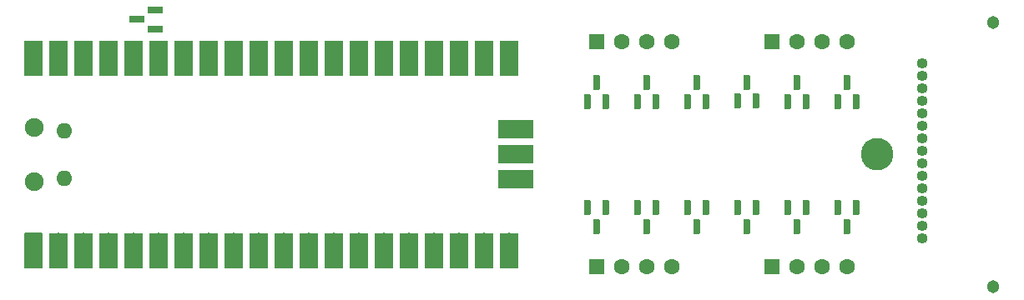
<source format=gbr>
%TF.GenerationSoftware,KiCad,Pcbnew,(7.0.0)*%
%TF.CreationDate,2023-03-11T15:12:13-08:00*%
%TF.ProjectId,pico_12vrgb_controller,7069636f-5f31-4327-9672-67625f636f6e,v1*%
%TF.SameCoordinates,Original*%
%TF.FileFunction,Soldermask,Top*%
%TF.FilePolarity,Negative*%
%FSLAX46Y46*%
G04 Gerber Fmt 4.6, Leading zero omitted, Abs format (unit mm)*
G04 Created by KiCad (PCBNEW (7.0.0)) date 2023-03-11 15:12:13*
%MOMM*%
%LPD*%
G01*
G04 APERTURE LIST*
G04 Aperture macros list*
%AMRoundRect*
0 Rectangle with rounded corners*
0 $1 Rounding radius*
0 $2 $3 $4 $5 $6 $7 $8 $9 X,Y pos of 4 corners*
0 Add a 4 corners polygon primitive as box body*
4,1,4,$2,$3,$4,$5,$6,$7,$8,$9,$2,$3,0*
0 Add four circle primitives for the rounded corners*
1,1,$1+$1,$2,$3*
1,1,$1+$1,$4,$5*
1,1,$1+$1,$6,$7*
1,1,$1+$1,$8,$9*
0 Add four rect primitives between the rounded corners*
20,1,$1+$1,$2,$3,$4,$5,0*
20,1,$1+$1,$4,$5,$6,$7,0*
20,1,$1+$1,$6,$7,$8,$9,0*
20,1,$1+$1,$8,$9,$2,$3,0*%
G04 Aperture macros list end*
%ADD10RoundRect,0.200800X0.587500X0.150000X-0.587500X0.150000X-0.587500X-0.150000X0.587500X-0.150000X0*%
%ADD11RoundRect,0.200800X0.150000X-0.587500X0.150000X0.587500X-0.150000X0.587500X-0.150000X-0.587500X0*%
%ADD12RoundRect,0.200800X-0.150000X0.587500X-0.150000X-0.587500X0.150000X-0.587500X0.150000X0.587500X0*%
%ADD13RoundRect,0.050800X0.750000X-0.750000X0.750000X0.750000X-0.750000X0.750000X-0.750000X-0.750000X0*%
%ADD14C,1.601600*%
%ADD15C,3.301600*%
%ADD16C,1.301600*%
%ADD17O,1.101600X1.101600*%
%ADD18O,1.901600X1.901600*%
%ADD19O,1.601600X1.601600*%
%ADD20RoundRect,0.050800X0.850000X-0.850000X0.850000X0.850000X-0.850000X0.850000X-0.850000X-0.850000X0*%
%ADD21RoundRect,0.050800X0.850000X-1.750000X0.850000X1.750000X-0.850000X1.750000X-0.850000X-1.750000X0*%
%ADD22O,1.801600X1.801600*%
%ADD23RoundRect,0.050800X1.750000X0.850000X-1.750000X0.850000X-1.750000X-0.850000X1.750000X-0.850000X0*%
G04 APERTURE END LIST*
D10*
%TO.C,U2*%
X84757500Y-63434000D03*
X84757500Y-61534000D03*
X82882500Y-62484000D03*
%TD*%
D11*
%TO.C,Q9*%
X138750000Y-70787500D03*
X140650000Y-70787500D03*
X139700000Y-68912500D03*
%TD*%
D12*
%TO.C,Q6*%
X155890000Y-81612500D03*
X153990000Y-81612500D03*
X154940000Y-83487500D03*
%TD*%
D13*
%TO.C,J4*%
X147320000Y-64770000D03*
D14*
X149860000Y-64770000D03*
X152400000Y-64770000D03*
X154940000Y-64770000D03*
%TD*%
D13*
%TO.C,J3*%
X129540000Y-64770000D03*
D14*
X132080000Y-64770000D03*
X134620000Y-64770000D03*
X137160000Y-64770000D03*
%TD*%
D12*
%TO.C,Q4*%
X145730000Y-81612500D03*
X143830000Y-81612500D03*
X144780000Y-83487500D03*
%TD*%
D13*
%TO.C,J2*%
X147320000Y-87630000D03*
D14*
X149860000Y-87630000D03*
X152400000Y-87630000D03*
X154940000Y-87630000D03*
%TD*%
D12*
%TO.C,Q5*%
X150810000Y-81612500D03*
X148910000Y-81612500D03*
X149860000Y-83487500D03*
%TD*%
%TO.C,Q3*%
X140650000Y-81612500D03*
X138750000Y-81612500D03*
X139700000Y-83487500D03*
%TD*%
D11*
%TO.C,Q8*%
X133670000Y-70787500D03*
X135570000Y-70787500D03*
X134620000Y-68912500D03*
%TD*%
D12*
%TO.C,Q1*%
X130490000Y-81612500D03*
X128590000Y-81612500D03*
X129540000Y-83487500D03*
%TD*%
D13*
%TO.C,J1*%
X129540000Y-87630000D03*
D14*
X132080000Y-87630000D03*
X134620000Y-87630000D03*
X137160000Y-87630000D03*
%TD*%
D15*
%TO.C,REF\u002A\u002A*%
X157988000Y-76200000D03*
%TD*%
D11*
%TO.C,Q11*%
X148910000Y-70787500D03*
X150810000Y-70787500D03*
X149860000Y-68912500D03*
%TD*%
%TO.C,Q12*%
X153990000Y-70787500D03*
X155890000Y-70787500D03*
X154940000Y-68912500D03*
%TD*%
%TO.C,Q10*%
X143830000Y-70742500D03*
X145730000Y-70742500D03*
X144780000Y-68867500D03*
%TD*%
D16*
%TO.C,J5*%
X169780000Y-89600000D03*
X169780000Y-62800000D03*
D17*
X162559999Y-84699999D03*
X162559999Y-83429999D03*
X162559999Y-82159999D03*
X162559999Y-80889999D03*
X162559999Y-79619999D03*
X162559999Y-78349999D03*
X162559999Y-77079999D03*
X162559999Y-75809999D03*
X162559999Y-74539999D03*
X162559999Y-73269999D03*
X162559999Y-71999999D03*
X162559999Y-70729999D03*
X162559999Y-69459999D03*
X162559999Y-68189999D03*
X162559999Y-66919999D03*
%TD*%
D11*
%TO.C,Q7*%
X128590000Y-70787500D03*
X130490000Y-70787500D03*
X129540000Y-68912500D03*
%TD*%
D18*
%TO.C,U1*%
X72519999Y-78924999D03*
D19*
X75549999Y-78624999D03*
X75549999Y-73774999D03*
D18*
X72519999Y-73474999D03*
D20*
X72390000Y-85090000D03*
D21*
X72390000Y-85990000D03*
D22*
X74929999Y-85089999D03*
D21*
X74930000Y-85990000D03*
D22*
X77469999Y-85089999D03*
D21*
X77470000Y-85990000D03*
D22*
X80009999Y-85089999D03*
D21*
X80010000Y-85990000D03*
D22*
X82549999Y-85089999D03*
D21*
X82550000Y-85990000D03*
D22*
X85089999Y-85089999D03*
D21*
X85090000Y-85990000D03*
D22*
X87629999Y-85089999D03*
D21*
X87630000Y-85990000D03*
D22*
X90169999Y-85089999D03*
D21*
X90170000Y-85990000D03*
D22*
X92709999Y-85089999D03*
D21*
X92710000Y-85990000D03*
D22*
X95249999Y-85089999D03*
D21*
X95250000Y-85990000D03*
D22*
X97789999Y-85089999D03*
D21*
X97790000Y-85990000D03*
D22*
X100329999Y-85089999D03*
D21*
X100330000Y-85990000D03*
D22*
X102869999Y-85089999D03*
D21*
X102870000Y-85990000D03*
D22*
X105409999Y-85089999D03*
D21*
X105410000Y-85990000D03*
D22*
X107949999Y-85089999D03*
D21*
X107950000Y-85990000D03*
D22*
X110489999Y-85089999D03*
D21*
X110490000Y-85990000D03*
D22*
X113029999Y-85089999D03*
D21*
X113030000Y-85990000D03*
D22*
X115569999Y-85089999D03*
D21*
X115570000Y-85990000D03*
D22*
X118109999Y-85089999D03*
D21*
X118110000Y-85990000D03*
D22*
X120649999Y-85089999D03*
D21*
X120650000Y-85990000D03*
D22*
X120649999Y-67309999D03*
D21*
X120650000Y-66410000D03*
D22*
X118109999Y-67309999D03*
D21*
X118110000Y-66410000D03*
D22*
X115569999Y-67309999D03*
D21*
X115570000Y-66410000D03*
D22*
X113029999Y-67309999D03*
D21*
X113030000Y-66410000D03*
D22*
X110489999Y-67309999D03*
D21*
X110490000Y-66410000D03*
D22*
X107949999Y-67309999D03*
D21*
X107950000Y-66410000D03*
D22*
X105409999Y-67309999D03*
D21*
X105410000Y-66410000D03*
D22*
X102869999Y-67309999D03*
D21*
X102870000Y-66410000D03*
D22*
X100329999Y-67309999D03*
D21*
X100330000Y-66410000D03*
D22*
X97789999Y-67309999D03*
D21*
X97790000Y-66410000D03*
D22*
X95249999Y-67309999D03*
D21*
X95250000Y-66410000D03*
D22*
X92709999Y-67309999D03*
D21*
X92710000Y-66410000D03*
D22*
X90169999Y-67309999D03*
D21*
X90170000Y-66410000D03*
D22*
X87629999Y-67309999D03*
D21*
X87630000Y-66410000D03*
D22*
X85089999Y-67309999D03*
D21*
X85090000Y-66410000D03*
D22*
X82549999Y-67309999D03*
D21*
X82550000Y-66410000D03*
D22*
X80009999Y-67309999D03*
D21*
X80010000Y-66410000D03*
D22*
X77469999Y-67309999D03*
D21*
X77470000Y-66410000D03*
D22*
X74929999Y-67309999D03*
D21*
X74930000Y-66410000D03*
D22*
X72389999Y-67309999D03*
D21*
X72390000Y-66410000D03*
D22*
X120419999Y-78739999D03*
D23*
X121320000Y-78740000D03*
D22*
X120419999Y-76199999D03*
D23*
X121320000Y-76200000D03*
D22*
X120419999Y-73659999D03*
D23*
X121320000Y-73660000D03*
%TD*%
D12*
%TO.C,Q2*%
X135570000Y-81612500D03*
X133670000Y-81612500D03*
X134620000Y-83487500D03*
%TD*%
M02*

</source>
